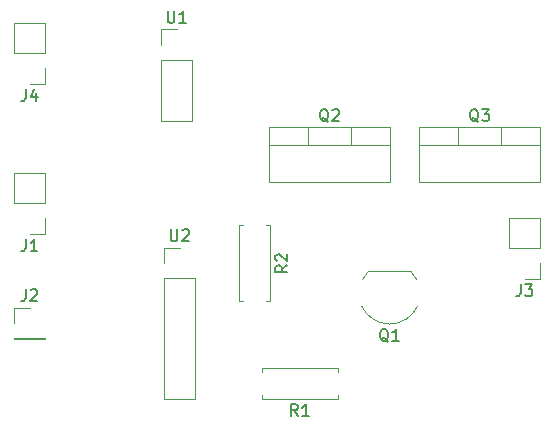
<source format=gbr>
G04 #@! TF.GenerationSoftware,KiCad,Pcbnew,5.0.0-fee4fd1~65~ubuntu17.10.1*
G04 #@! TF.CreationDate,2019-01-01T18:46:40-05:00*
G04 #@! TF.ProjectId,resetter,72657365747465722E6B696361645F70,rev?*
G04 #@! TF.SameCoordinates,Original*
G04 #@! TF.FileFunction,Legend,Top*
G04 #@! TF.FilePolarity,Positive*
%FSLAX46Y46*%
G04 Gerber Fmt 4.6, Leading zero omitted, Abs format (unit mm)*
G04 Created by KiCad (PCBNEW 5.0.0-fee4fd1~65~ubuntu17.10.1) date Tue Jan  1 18:46:40 2019*
%MOMM*%
%LPD*%
G01*
G04 APERTURE LIST*
%ADD10C,0.120000*%
%ADD11C,0.150000*%
G04 APERTURE END LIST*
D10*
G04 #@! TO.C,J1*
X57845000Y-49907500D02*
X56515000Y-49907500D01*
X57845000Y-48577500D02*
X57845000Y-49907500D01*
X57845000Y-47307500D02*
X55185000Y-47307500D01*
X55185000Y-47307500D02*
X55185000Y-44707500D01*
X57845000Y-47307500D02*
X57845000Y-44707500D01*
X57845000Y-44707500D02*
X55185000Y-44707500D01*
G04 #@! TO.C,J2*
X55185000Y-56137500D02*
X56515000Y-56137500D01*
X55185000Y-57467500D02*
X55185000Y-56137500D01*
X55185000Y-58737500D02*
X57845000Y-58737500D01*
X57845000Y-58737500D02*
X57845000Y-58797500D01*
X55185000Y-58737500D02*
X55185000Y-58797500D01*
X55185000Y-58797500D02*
X57845000Y-58797500D01*
G04 #@! TO.C,J3*
X99755000Y-48517500D02*
X97095000Y-48517500D01*
X99755000Y-51117500D02*
X99755000Y-48517500D01*
X97095000Y-51117500D02*
X97095000Y-48517500D01*
X99755000Y-51117500D02*
X97095000Y-51117500D01*
X99755000Y-52387500D02*
X99755000Y-53717500D01*
X99755000Y-53717500D02*
X98425000Y-53717500D01*
G04 #@! TO.C,J4*
X57845000Y-37207500D02*
X56515000Y-37207500D01*
X57845000Y-35877500D02*
X57845000Y-37207500D01*
X57845000Y-34607500D02*
X55185000Y-34607500D01*
X55185000Y-34607500D02*
X55185000Y-32007500D01*
X57845000Y-34607500D02*
X57845000Y-32007500D01*
X57845000Y-32007500D02*
X55185000Y-32007500D01*
G04 #@! TO.C,Q2*
X83766000Y-40877500D02*
X83766000Y-42387500D01*
X80065000Y-40877500D02*
X80065000Y-42387500D01*
X76795000Y-42387500D02*
X87035000Y-42387500D01*
X87035000Y-40877500D02*
X87035000Y-45518500D01*
X76795000Y-40877500D02*
X76795000Y-45518500D01*
X76795000Y-45518500D02*
X87035000Y-45518500D01*
X76795000Y-40877500D02*
X87035000Y-40877500D01*
G04 #@! TO.C,Q3*
X89495000Y-40877500D02*
X99735000Y-40877500D01*
X89495000Y-45518500D02*
X99735000Y-45518500D01*
X89495000Y-40877500D02*
X89495000Y-45518500D01*
X99735000Y-40877500D02*
X99735000Y-45518500D01*
X89495000Y-42387500D02*
X99735000Y-42387500D01*
X92765000Y-40877500D02*
X92765000Y-42387500D01*
X96466000Y-40877500D02*
X96466000Y-42387500D01*
G04 #@! TO.C,R1*
X76165000Y-61237500D02*
X76165000Y-61567500D01*
X82585000Y-61237500D02*
X76165000Y-61237500D01*
X82585000Y-61567500D02*
X82585000Y-61237500D01*
X76165000Y-63857500D02*
X76165000Y-63527500D01*
X82585000Y-63857500D02*
X76165000Y-63857500D01*
X82585000Y-63527500D02*
X82585000Y-63857500D01*
G04 #@! TO.C,R2*
X76545000Y-49177500D02*
X76875000Y-49177500D01*
X76875000Y-49177500D02*
X76875000Y-55597500D01*
X76875000Y-55597500D02*
X76545000Y-55597500D01*
X74585000Y-49177500D02*
X74255000Y-49177500D01*
X74255000Y-49177500D02*
X74255000Y-55597500D01*
X74255000Y-55597500D02*
X74585000Y-55597500D01*
G04 #@! TO.C,U1*
X67631000Y-32579000D02*
X68961000Y-32579000D01*
X67631000Y-33909000D02*
X67631000Y-32579000D01*
X67631000Y-35179000D02*
X70291000Y-35179000D01*
X70291000Y-35179000D02*
X70291000Y-40319000D01*
X67631000Y-35179000D02*
X67631000Y-40319000D01*
X67631000Y-40319000D02*
X70291000Y-40319000D01*
G04 #@! TO.C,U2*
X67885000Y-51057500D02*
X69215000Y-51057500D01*
X67885000Y-52387500D02*
X67885000Y-51057500D01*
X67885000Y-53657500D02*
X70545000Y-53657500D01*
X70545000Y-53657500D02*
X70545000Y-63877500D01*
X67885000Y-53657500D02*
X67885000Y-63877500D01*
X67885000Y-63877500D02*
X70545000Y-63877500D01*
G04 #@! TO.C,Q1*
X84670816Y-53804705D02*
G75*
G02X85195000Y-53077500I2324184J-1122795D01*
G01*
X84638600Y-56026307D02*
G75*
G03X86995000Y-57527500I2356400J1098807D01*
G01*
X89351400Y-56026307D02*
G75*
G02X86995000Y-57527500I-2356400J1098807D01*
G01*
X89319184Y-53804705D02*
G75*
G03X88795000Y-53077500I-2324184J-1122795D01*
G01*
X88795000Y-53077500D02*
X85195000Y-53077500D01*
G04 #@! TO.C,J1*
D11*
X56181666Y-50359880D02*
X56181666Y-51074166D01*
X56134047Y-51217023D01*
X56038809Y-51312261D01*
X55895952Y-51359880D01*
X55800714Y-51359880D01*
X57181666Y-51359880D02*
X56610238Y-51359880D01*
X56895952Y-51359880D02*
X56895952Y-50359880D01*
X56800714Y-50502738D01*
X56705476Y-50597976D01*
X56610238Y-50645595D01*
G04 #@! TO.C,J2*
X56181666Y-54589880D02*
X56181666Y-55304166D01*
X56134047Y-55447023D01*
X56038809Y-55542261D01*
X55895952Y-55589880D01*
X55800714Y-55589880D01*
X56610238Y-54685119D02*
X56657857Y-54637500D01*
X56753095Y-54589880D01*
X56991190Y-54589880D01*
X57086428Y-54637500D01*
X57134047Y-54685119D01*
X57181666Y-54780357D01*
X57181666Y-54875595D01*
X57134047Y-55018452D01*
X56562619Y-55589880D01*
X57181666Y-55589880D01*
G04 #@! TO.C,J3*
X98091666Y-54169880D02*
X98091666Y-54884166D01*
X98044047Y-55027023D01*
X97948809Y-55122261D01*
X97805952Y-55169880D01*
X97710714Y-55169880D01*
X98472619Y-54169880D02*
X99091666Y-54169880D01*
X98758333Y-54550833D01*
X98901190Y-54550833D01*
X98996428Y-54598452D01*
X99044047Y-54646071D01*
X99091666Y-54741309D01*
X99091666Y-54979404D01*
X99044047Y-55074642D01*
X98996428Y-55122261D01*
X98901190Y-55169880D01*
X98615476Y-55169880D01*
X98520238Y-55122261D01*
X98472619Y-55074642D01*
G04 #@! TO.C,J4*
X56181666Y-37659880D02*
X56181666Y-38374166D01*
X56134047Y-38517023D01*
X56038809Y-38612261D01*
X55895952Y-38659880D01*
X55800714Y-38659880D01*
X57086428Y-37993214D02*
X57086428Y-38659880D01*
X56848333Y-37612261D02*
X56610238Y-38326547D01*
X57229285Y-38326547D01*
G04 #@! TO.C,Q2*
X81819761Y-40425119D02*
X81724523Y-40377500D01*
X81629285Y-40282261D01*
X81486428Y-40139404D01*
X81391190Y-40091785D01*
X81295952Y-40091785D01*
X81343571Y-40329880D02*
X81248333Y-40282261D01*
X81153095Y-40187023D01*
X81105476Y-39996547D01*
X81105476Y-39663214D01*
X81153095Y-39472738D01*
X81248333Y-39377500D01*
X81343571Y-39329880D01*
X81534047Y-39329880D01*
X81629285Y-39377500D01*
X81724523Y-39472738D01*
X81772142Y-39663214D01*
X81772142Y-39996547D01*
X81724523Y-40187023D01*
X81629285Y-40282261D01*
X81534047Y-40329880D01*
X81343571Y-40329880D01*
X82153095Y-39425119D02*
X82200714Y-39377500D01*
X82295952Y-39329880D01*
X82534047Y-39329880D01*
X82629285Y-39377500D01*
X82676904Y-39425119D01*
X82724523Y-39520357D01*
X82724523Y-39615595D01*
X82676904Y-39758452D01*
X82105476Y-40329880D01*
X82724523Y-40329880D01*
G04 #@! TO.C,Q3*
X94519761Y-40425119D02*
X94424523Y-40377500D01*
X94329285Y-40282261D01*
X94186428Y-40139404D01*
X94091190Y-40091785D01*
X93995952Y-40091785D01*
X94043571Y-40329880D02*
X93948333Y-40282261D01*
X93853095Y-40187023D01*
X93805476Y-39996547D01*
X93805476Y-39663214D01*
X93853095Y-39472738D01*
X93948333Y-39377500D01*
X94043571Y-39329880D01*
X94234047Y-39329880D01*
X94329285Y-39377500D01*
X94424523Y-39472738D01*
X94472142Y-39663214D01*
X94472142Y-39996547D01*
X94424523Y-40187023D01*
X94329285Y-40282261D01*
X94234047Y-40329880D01*
X94043571Y-40329880D01*
X94805476Y-39329880D02*
X95424523Y-39329880D01*
X95091190Y-39710833D01*
X95234047Y-39710833D01*
X95329285Y-39758452D01*
X95376904Y-39806071D01*
X95424523Y-39901309D01*
X95424523Y-40139404D01*
X95376904Y-40234642D01*
X95329285Y-40282261D01*
X95234047Y-40329880D01*
X94948333Y-40329880D01*
X94853095Y-40282261D01*
X94805476Y-40234642D01*
G04 #@! TO.C,R1*
X79208333Y-65309880D02*
X78875000Y-64833690D01*
X78636904Y-65309880D02*
X78636904Y-64309880D01*
X79017857Y-64309880D01*
X79113095Y-64357500D01*
X79160714Y-64405119D01*
X79208333Y-64500357D01*
X79208333Y-64643214D01*
X79160714Y-64738452D01*
X79113095Y-64786071D01*
X79017857Y-64833690D01*
X78636904Y-64833690D01*
X80160714Y-65309880D02*
X79589285Y-65309880D01*
X79875000Y-65309880D02*
X79875000Y-64309880D01*
X79779761Y-64452738D01*
X79684523Y-64547976D01*
X79589285Y-64595595D01*
G04 #@! TO.C,R2*
X78327380Y-52554166D02*
X77851190Y-52887500D01*
X78327380Y-53125595D02*
X77327380Y-53125595D01*
X77327380Y-52744642D01*
X77375000Y-52649404D01*
X77422619Y-52601785D01*
X77517857Y-52554166D01*
X77660714Y-52554166D01*
X77755952Y-52601785D01*
X77803571Y-52649404D01*
X77851190Y-52744642D01*
X77851190Y-53125595D01*
X77422619Y-52173214D02*
X77375000Y-52125595D01*
X77327380Y-52030357D01*
X77327380Y-51792261D01*
X77375000Y-51697023D01*
X77422619Y-51649404D01*
X77517857Y-51601785D01*
X77613095Y-51601785D01*
X77755952Y-51649404D01*
X78327380Y-52220833D01*
X78327380Y-51601785D01*
G04 #@! TO.C,U1*
X68199095Y-31031380D02*
X68199095Y-31840904D01*
X68246714Y-31936142D01*
X68294333Y-31983761D01*
X68389571Y-32031380D01*
X68580047Y-32031380D01*
X68675285Y-31983761D01*
X68722904Y-31936142D01*
X68770523Y-31840904D01*
X68770523Y-31031380D01*
X69770523Y-32031380D02*
X69199095Y-32031380D01*
X69484809Y-32031380D02*
X69484809Y-31031380D01*
X69389571Y-31174238D01*
X69294333Y-31269476D01*
X69199095Y-31317095D01*
G04 #@! TO.C,U2*
X68453095Y-49509880D02*
X68453095Y-50319404D01*
X68500714Y-50414642D01*
X68548333Y-50462261D01*
X68643571Y-50509880D01*
X68834047Y-50509880D01*
X68929285Y-50462261D01*
X68976904Y-50414642D01*
X69024523Y-50319404D01*
X69024523Y-49509880D01*
X69453095Y-49605119D02*
X69500714Y-49557500D01*
X69595952Y-49509880D01*
X69834047Y-49509880D01*
X69929285Y-49557500D01*
X69976904Y-49605119D01*
X70024523Y-49700357D01*
X70024523Y-49795595D01*
X69976904Y-49938452D01*
X69405476Y-50509880D01*
X70024523Y-50509880D01*
G04 #@! TO.C,Q1*
X86899761Y-59035119D02*
X86804523Y-58987500D01*
X86709285Y-58892261D01*
X86566428Y-58749404D01*
X86471190Y-58701785D01*
X86375952Y-58701785D01*
X86423571Y-58939880D02*
X86328333Y-58892261D01*
X86233095Y-58797023D01*
X86185476Y-58606547D01*
X86185476Y-58273214D01*
X86233095Y-58082738D01*
X86328333Y-57987500D01*
X86423571Y-57939880D01*
X86614047Y-57939880D01*
X86709285Y-57987500D01*
X86804523Y-58082738D01*
X86852142Y-58273214D01*
X86852142Y-58606547D01*
X86804523Y-58797023D01*
X86709285Y-58892261D01*
X86614047Y-58939880D01*
X86423571Y-58939880D01*
X87804523Y-58939880D02*
X87233095Y-58939880D01*
X87518809Y-58939880D02*
X87518809Y-57939880D01*
X87423571Y-58082738D01*
X87328333Y-58177976D01*
X87233095Y-58225595D01*
G04 #@! TD*
M02*

</source>
